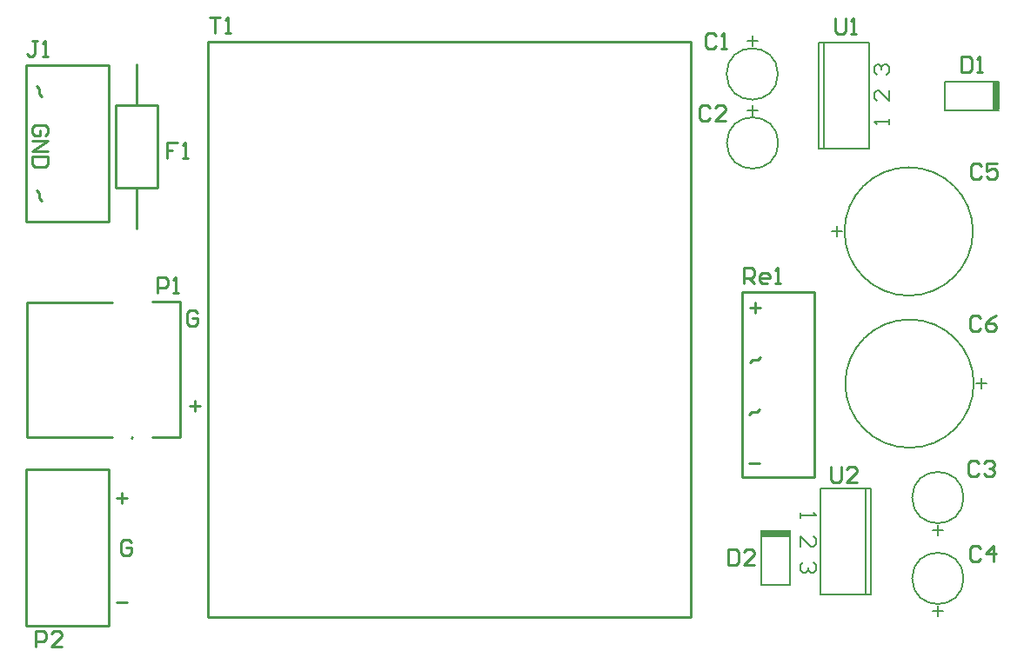
<source format=gto>
G04 Layer_Color=65535*
%FSLAX25Y25*%
%MOIN*%
G70*
G01*
G75*
%ADD25C,0.00787*%
%ADD26C,0.01000*%
%ADD27C,0.00591*%
%ADD28R,0.11024X0.03150*%
%ADD29R,0.03150X0.11024*%
D25*
X307964Y39164D02*
G03*
X307964Y39164I-24606J0D01*
G01*
X233238Y99548D02*
G03*
X233238Y99548I-9843J0D01*
G01*
X304358Y-93898D02*
G03*
X304358Y-93898I-9843J0D01*
G01*
X304358Y-62899D02*
G03*
X304358Y-62899I-9843J0D01*
G01*
X233358Y73101D02*
G03*
X233358Y73101I-9843J0D01*
G01*
X308259Y-19186D02*
G03*
X308259Y-19186I-24606J0D01*
G01*
X237807Y-96279D02*
Y-75413D01*
X226784Y-96279D02*
Y-75413D01*
Y-96279D02*
X237807D01*
X297082Y85653D02*
X317949D01*
X297082Y96676D02*
X317949D01*
X297082Y85653D02*
Y96676D01*
X255964Y37164D02*
Y41164D01*
X253964Y39164D02*
X257964D01*
X223396Y110205D02*
Y114205D01*
X221396Y112205D02*
X225396D01*
X294516Y-108556D02*
Y-104556D01*
X292516Y-106556D02*
X296516D01*
X292516Y-75556D02*
X296516D01*
X294516Y-77556D02*
Y-73556D01*
X223516Y83759D02*
Y87759D01*
X221516Y85759D02*
X225516D01*
X311047Y-21186D02*
Y-17186D01*
X309047Y-19186D02*
X313047D01*
X248886Y111440D02*
X268177D01*
X248886Y70889D02*
X268177D01*
Y111440D01*
X248886Y70889D02*
Y111440D01*
X250854Y70889D02*
Y111440D01*
X266977Y-100111D02*
Y-59560D01*
X268946Y-100111D02*
Y-59560D01*
X249654Y-100111D02*
Y-59560D01*
X268946D01*
X249654Y-100111D02*
X268946D01*
D26*
X-4626Y55945D02*
Y87441D01*
X-20374Y55945D02*
X-4626D01*
X-20374D02*
Y87441D01*
X-4626D01*
X-12500Y40197D02*
Y55945D01*
Y87441D02*
Y103189D01*
X14906Y-108646D02*
X199906D01*
X14906D02*
Y111854D01*
X199906Y-108646D02*
Y111854D01*
X14906D02*
X199906D01*
X-23228Y42854D02*
Y102854D01*
X-54961Y42854D02*
Y102854D01*
X-23228D01*
X-54961Y42854D02*
X-23228D01*
X-39094Y-52146D02*
X-23150D01*
X-54961D02*
X-39094D01*
Y-112146D02*
X-23150D01*
X-54961D02*
X-39094D01*
X-54961D02*
Y-52146D01*
X-23150Y-112146D02*
Y-52146D01*
X-6338Y-39646D02*
X4331D01*
X-54567D02*
X-21653D01*
X-54567D02*
Y12087D01*
X-6338Y12126D02*
X4331D01*
Y12087D02*
Y12126D01*
X-54567Y12087D02*
X-21653D01*
X-54567D02*
X-54449D01*
X-14409Y-39961D02*
X-14094Y-39646D01*
X4331D02*
Y12087D01*
X219626Y-55079D02*
X233406D01*
X247185D01*
X219626Y15788D02*
X233406D01*
X247185D01*
Y-55079D02*
Y15788D01*
X219626Y-55079D02*
Y15788D01*
X15456Y121302D02*
X19454D01*
X17455D01*
Y115304D01*
X21454D02*
X23453D01*
X22453D01*
Y121302D01*
X21454Y120303D01*
X-50486Y112402D02*
X-52485D01*
X-51485D01*
Y107404D01*
X-52485Y106404D01*
X-53485D01*
X-54484Y107404D01*
X-48486Y106404D02*
X-46487D01*
X-47487D01*
Y112402D01*
X-48486Y111403D01*
X3093Y73144D02*
X-906D01*
Y70145D01*
X1094D01*
X-906D01*
Y67146D01*
X5093D02*
X7092D01*
X6092D01*
Y73144D01*
X5093Y72144D01*
X253406Y-51148D02*
Y-56146D01*
X254405Y-57146D01*
X256405D01*
X257404Y-56146D01*
Y-51148D01*
X263402Y-57146D02*
X259404D01*
X263402Y-53147D01*
Y-52147D01*
X262403Y-51148D01*
X260403D01*
X259404Y-52147D01*
X-51004Y-120176D02*
Y-114178D01*
X-48005D01*
X-47006Y-115177D01*
Y-117177D01*
X-48005Y-118176D01*
X-51004D01*
X-41008Y-120176D02*
X-45006D01*
X-41008Y-116177D01*
Y-115177D01*
X-42007Y-114178D01*
X-44007D01*
X-45006Y-115177D01*
X209584Y114153D02*
X208585Y115153D01*
X206585D01*
X205586Y114153D01*
Y110154D01*
X206585Y109154D01*
X208585D01*
X209584Y110154D01*
X211584Y109154D02*
X213583D01*
X212583D01*
Y115153D01*
X211584Y114153D01*
X207044Y86597D02*
X206045Y87596D01*
X204045D01*
X203046Y86597D01*
Y82598D01*
X204045Y81598D01*
X206045D01*
X207044Y82598D01*
X213042Y81598D02*
X209044D01*
X213042Y85597D01*
Y86597D01*
X212043Y87596D01*
X210043D01*
X209044Y86597D01*
X310224Y-49767D02*
X309225Y-48768D01*
X307225D01*
X306226Y-49767D01*
Y-53766D01*
X307225Y-54766D01*
X309225D01*
X310224Y-53766D01*
X312224Y-49767D02*
X313223Y-48768D01*
X315223D01*
X316222Y-49767D01*
Y-50767D01*
X315223Y-51767D01*
X314223D01*
X315223D01*
X316222Y-52766D01*
Y-53766D01*
X315223Y-54766D01*
X313223D01*
X312224Y-53766D01*
X310924Y-82467D02*
X309925Y-81467D01*
X307925D01*
X306926Y-82467D01*
Y-86466D01*
X307925Y-87466D01*
X309925D01*
X310924Y-86466D01*
X315923Y-87466D02*
Y-81467D01*
X312924Y-84467D01*
X316922D01*
X311339Y64253D02*
X310340Y65253D01*
X308340D01*
X307341Y64253D01*
Y60254D01*
X308340Y59254D01*
X310340D01*
X311339Y60254D01*
X317337Y65253D02*
X313339D01*
Y62253D01*
X315338Y63253D01*
X316338D01*
X317337Y62253D01*
Y60254D01*
X316338Y59254D01*
X314338D01*
X313339Y60254D01*
X310964Y5763D02*
X309965Y6763D01*
X307965D01*
X306966Y5763D01*
Y1764D01*
X307965Y764D01*
X309965D01*
X310964Y1764D01*
X316962Y6763D02*
X314963Y5763D01*
X312964Y3763D01*
Y1764D01*
X313963Y764D01*
X315963D01*
X316962Y1764D01*
Y2764D01*
X315963Y3763D01*
X312964D01*
X303456Y106362D02*
Y100364D01*
X306455D01*
X307454Y101364D01*
Y105363D01*
X306455Y106362D01*
X303456D01*
X309454Y100364D02*
X311453D01*
X310453D01*
Y106362D01*
X309454Y105363D01*
X214356Y-82617D02*
Y-88616D01*
X217355D01*
X218354Y-87616D01*
Y-83617D01*
X217355Y-82617D01*
X214356D01*
X224352Y-88616D02*
X220354D01*
X224352Y-84617D01*
Y-83617D01*
X223353Y-82617D01*
X221353D01*
X220354Y-83617D01*
X255276Y120802D02*
Y115804D01*
X256275Y114804D01*
X258275D01*
X259274Y115804D01*
Y120802D01*
X261274Y114804D02*
X263273D01*
X262273D01*
Y120802D01*
X261274Y119803D01*
X-4378Y15598D02*
Y21597D01*
X-1379D01*
X-379Y20597D01*
Y18597D01*
X-1379Y17598D01*
X-4378D01*
X1620Y15598D02*
X3620D01*
X2620D01*
Y21597D01*
X1620Y20597D01*
X220156Y19304D02*
Y25302D01*
X223155D01*
X224154Y24303D01*
Y22303D01*
X223155Y21304D01*
X220156D01*
X222155D02*
X224154Y19304D01*
X229153D02*
X227153D01*
X226154Y20304D01*
Y22303D01*
X227153Y23303D01*
X229153D01*
X230152Y22303D01*
Y21304D01*
X226154D01*
X232152Y19304D02*
X234151D01*
X233151D01*
Y25302D01*
X232152Y24303D01*
X-50793Y55000D02*
X-49793Y54000D01*
Y52001D01*
X-48794Y51001D01*
X-47502Y76001D02*
X-46502Y77001D01*
Y79000D01*
X-47502Y80000D01*
X-51500D01*
X-52500Y79000D01*
Y77001D01*
X-51500Y76001D01*
X-49501D01*
Y78001D01*
X-52500Y74002D02*
X-46502D01*
X-52500Y70003D01*
X-46502D01*
Y68004D02*
X-52500D01*
Y65005D01*
X-51500Y64005D01*
X-47502D01*
X-46502Y65005D01*
Y68004D01*
X-50793Y95000D02*
X-49793Y94000D01*
Y92001D01*
X-48794Y91001D01*
X-16004Y-103175D02*
X-20003D01*
X-14506Y-80177D02*
X-15505Y-79177D01*
X-17505D01*
X-18504Y-80177D01*
Y-84176D01*
X-17505Y-85176D01*
X-15505D01*
X-14506Y-84176D01*
Y-82177D01*
X-16505D01*
X-16004Y-63175D02*
X-20003D01*
X-18004Y-65174D02*
Y-61175D01*
X11011Y7787D02*
X10011Y8787D01*
X8012D01*
X7012Y7787D01*
Y3788D01*
X8012Y2788D01*
X10011D01*
X11011Y3788D01*
Y5787D01*
X9012D01*
X12012Y-27711D02*
X8014D01*
X10013Y-29710D02*
Y-25711D01*
X222343Y-49599D02*
X226341D01*
X222067Y-31143D02*
X223067Y-30144D01*
X225066D01*
X226066Y-29144D01*
X222539Y9968D02*
X226538D01*
X224539Y11967D02*
Y7968D01*
X222579Y-11025D02*
X223579Y-10025D01*
X225578D01*
X226577Y-9026D01*
D27*
X271033Y99196D02*
X270049Y100180D01*
Y102148D01*
X271033Y103132D01*
X272017D01*
X273001Y102148D01*
Y101164D01*
Y102148D01*
X273985Y103132D01*
X274969D01*
X275953Y102148D01*
Y100180D01*
X274969Y99196D01*
X275953Y93132D02*
Y89196D01*
X272017Y93132D01*
X271033D01*
X270049Y92148D01*
Y90180D01*
X271033Y89196D01*
X275953Y80180D02*
Y82148D01*
Y81164D01*
X270049D01*
X271033Y80180D01*
X241879Y-68851D02*
Y-70819D01*
Y-69835D01*
X247782D01*
X246798Y-68851D01*
X241879Y-81803D02*
Y-77867D01*
X245814Y-81803D01*
X246798D01*
X247782Y-80819D01*
Y-78851D01*
X246798Y-77867D01*
Y-87867D02*
X247782Y-88851D01*
Y-90819D01*
X246798Y-91803D01*
X245814D01*
X244830Y-90819D01*
Y-89835D01*
Y-90819D01*
X243847Y-91803D01*
X242863D01*
X241879Y-90819D01*
Y-88851D01*
X242863Y-87867D01*
D28*
X232296Y-76594D02*
D03*
D29*
X316767Y91164D02*
D03*
M02*

</source>
